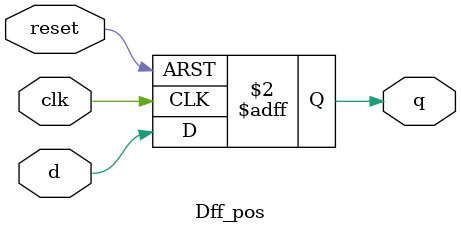
<source format=v>
module Dff_pos(clk,reset,d,q);
    input clk,reset,d;
    output reg q;

    always @(posedge clk or posedge reset) begin
        if (reset) begin
            q<=0;
        end
        else begin
            q<= d;
        end
    end
endmodule
</source>
